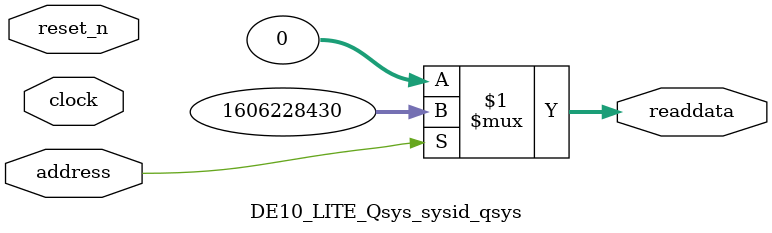
<source format=v>



// synthesis translate_off
`timescale 1ns / 1ps
// synthesis translate_on

// turn off superfluous verilog processor warnings 
// altera message_level Level1 
// altera message_off 10034 10035 10036 10037 10230 10240 10030 

module DE10_LITE_Qsys_sysid_qsys (
               // inputs:
                address,
                clock,
                reset_n,

               // outputs:
                readdata
             )
;

  output  [ 31: 0] readdata;
  input            address;
  input            clock;
  input            reset_n;

  wire    [ 31: 0] readdata;
  //control_slave, which is an e_avalon_slave
  assign readdata = address ? 1606228430 : 0;

endmodule



</source>
